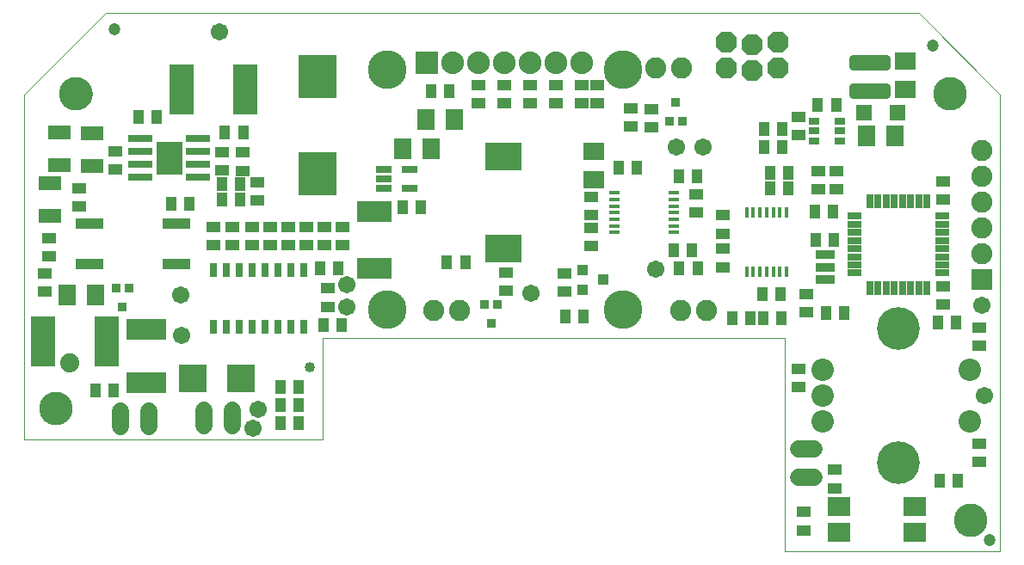
<source format=gts>
G75*
G70*
%OFA0B0*%
%FSLAX24Y24*%
%IPPOS*%
%LPD*%
%AMOC8*
5,1,8,0,0,1.08239X$1,22.5*
%
%ADD10C,0.0000*%
%ADD11C,0.1300*%
%ADD12C,0.0867*%
%ADD13C,0.1655*%
%ADD14R,0.0600X0.0300*%
%ADD15R,0.0552X0.0395*%
%ADD16R,0.0395X0.0552*%
%ADD17R,0.1340X0.0789*%
%ADD18R,0.0880X0.0880*%
%ADD19C,0.0880*%
%ADD20C,0.1497*%
%ADD21R,0.0710X0.0789*%
%ADD22R,0.1100X0.0420*%
%ADD23R,0.0749X0.0356*%
%ADD24R,0.0580X0.0300*%
%ADD25R,0.0300X0.0580*%
%ADD26R,0.0316X0.0552*%
%ADD27R,0.0395X0.0257*%
%ADD28R,0.0926X0.0277*%
%ADD29R,0.1025X0.1300*%
%ADD30C,0.0286*%
%ADD31R,0.1458X0.1694*%
%ADD32R,0.0630X0.0630*%
%ADD33R,0.0789X0.0710*%
%ADD34R,0.0434X0.0395*%
%ADD35R,0.0867X0.0552*%
%ADD36R,0.0980X0.1970*%
%ADD37R,0.1080X0.1080*%
%ADD38R,0.0356X0.0356*%
%ADD39R,0.1537X0.0789*%
%ADD40C,0.0680*%
%ADD41C,0.0474*%
%ADD42C,0.0671*%
%ADD43C,0.0820*%
%ADD44R,0.0820X0.0820*%
%ADD45R,0.0394X0.0177*%
%ADD46R,0.0177X0.0394*%
%ADD47R,0.0867X0.0781*%
%ADD48OC8,0.0820*%
%ADD49C,0.0400*%
%ADD50R,0.1419X0.1104*%
%ADD51C,0.0740*%
D10*
X000180Y005173D02*
X011735Y005173D01*
X011735Y009110D01*
X029633Y009110D01*
X029633Y000843D01*
X037975Y000843D01*
X037975Y018559D01*
X034827Y021708D01*
X003329Y021708D01*
X000180Y018559D01*
X000180Y005173D01*
X000783Y006386D02*
X000785Y006435D01*
X000791Y006484D01*
X000801Y006532D01*
X000814Y006579D01*
X000832Y006625D01*
X000853Y006669D01*
X000877Y006712D01*
X000905Y006752D01*
X000936Y006791D01*
X000970Y006826D01*
X001007Y006859D01*
X001046Y006888D01*
X001088Y006914D01*
X001131Y006937D01*
X001177Y006956D01*
X001223Y006972D01*
X001271Y006984D01*
X001319Y006992D01*
X001368Y006996D01*
X001418Y006996D01*
X001467Y006992D01*
X001515Y006984D01*
X001563Y006972D01*
X001609Y006956D01*
X001655Y006937D01*
X001698Y006914D01*
X001740Y006888D01*
X001779Y006859D01*
X001816Y006826D01*
X001850Y006791D01*
X001881Y006752D01*
X001909Y006712D01*
X001933Y006669D01*
X001954Y006625D01*
X001972Y006579D01*
X001985Y006532D01*
X001995Y006484D01*
X002001Y006435D01*
X002003Y006386D01*
X002001Y006337D01*
X001995Y006288D01*
X001985Y006240D01*
X001972Y006193D01*
X001954Y006147D01*
X001933Y006103D01*
X001909Y006060D01*
X001881Y006020D01*
X001850Y005981D01*
X001816Y005946D01*
X001779Y005913D01*
X001740Y005884D01*
X001698Y005858D01*
X001655Y005835D01*
X001609Y005816D01*
X001563Y005800D01*
X001515Y005788D01*
X001467Y005780D01*
X001418Y005776D01*
X001368Y005776D01*
X001319Y005780D01*
X001271Y005788D01*
X001223Y005800D01*
X001177Y005816D01*
X001131Y005835D01*
X001088Y005858D01*
X001046Y005884D01*
X001007Y005913D01*
X000970Y005946D01*
X000936Y005981D01*
X000905Y006020D01*
X000877Y006060D01*
X000853Y006103D01*
X000832Y006147D01*
X000814Y006193D01*
X000801Y006240D01*
X000791Y006288D01*
X000785Y006337D01*
X000783Y006386D01*
X001570Y018591D02*
X001572Y018640D01*
X001578Y018689D01*
X001588Y018737D01*
X001601Y018784D01*
X001619Y018830D01*
X001640Y018874D01*
X001664Y018917D01*
X001692Y018957D01*
X001723Y018996D01*
X001757Y019031D01*
X001794Y019064D01*
X001833Y019093D01*
X001875Y019119D01*
X001918Y019142D01*
X001964Y019161D01*
X002010Y019177D01*
X002058Y019189D01*
X002106Y019197D01*
X002155Y019201D01*
X002205Y019201D01*
X002254Y019197D01*
X002302Y019189D01*
X002350Y019177D01*
X002396Y019161D01*
X002442Y019142D01*
X002485Y019119D01*
X002527Y019093D01*
X002566Y019064D01*
X002603Y019031D01*
X002637Y018996D01*
X002668Y018957D01*
X002696Y018917D01*
X002720Y018874D01*
X002741Y018830D01*
X002759Y018784D01*
X002772Y018737D01*
X002782Y018689D01*
X002788Y018640D01*
X002790Y018591D01*
X002788Y018542D01*
X002782Y018493D01*
X002772Y018445D01*
X002759Y018398D01*
X002741Y018352D01*
X002720Y018308D01*
X002696Y018265D01*
X002668Y018225D01*
X002637Y018186D01*
X002603Y018151D01*
X002566Y018118D01*
X002527Y018089D01*
X002485Y018063D01*
X002442Y018040D01*
X002396Y018021D01*
X002350Y018005D01*
X002302Y017993D01*
X002254Y017985D01*
X002205Y017981D01*
X002155Y017981D01*
X002106Y017985D01*
X002058Y017993D01*
X002010Y018005D01*
X001964Y018021D01*
X001918Y018040D01*
X001875Y018063D01*
X001833Y018089D01*
X001794Y018118D01*
X001757Y018151D01*
X001723Y018186D01*
X001692Y018225D01*
X001664Y018265D01*
X001640Y018308D01*
X001619Y018352D01*
X001601Y018398D01*
X001588Y018445D01*
X001578Y018493D01*
X001572Y018542D01*
X001570Y018591D01*
X035428Y018591D02*
X035430Y018640D01*
X035436Y018689D01*
X035446Y018737D01*
X035459Y018784D01*
X035477Y018830D01*
X035498Y018874D01*
X035522Y018917D01*
X035550Y018957D01*
X035581Y018996D01*
X035615Y019031D01*
X035652Y019064D01*
X035691Y019093D01*
X035733Y019119D01*
X035776Y019142D01*
X035822Y019161D01*
X035868Y019177D01*
X035916Y019189D01*
X035964Y019197D01*
X036013Y019201D01*
X036063Y019201D01*
X036112Y019197D01*
X036160Y019189D01*
X036208Y019177D01*
X036254Y019161D01*
X036300Y019142D01*
X036343Y019119D01*
X036385Y019093D01*
X036424Y019064D01*
X036461Y019031D01*
X036495Y018996D01*
X036526Y018957D01*
X036554Y018917D01*
X036578Y018874D01*
X036599Y018830D01*
X036617Y018784D01*
X036630Y018737D01*
X036640Y018689D01*
X036646Y018640D01*
X036648Y018591D01*
X036646Y018542D01*
X036640Y018493D01*
X036630Y018445D01*
X036617Y018398D01*
X036599Y018352D01*
X036578Y018308D01*
X036554Y018265D01*
X036526Y018225D01*
X036495Y018186D01*
X036461Y018151D01*
X036424Y018118D01*
X036385Y018089D01*
X036343Y018063D01*
X036300Y018040D01*
X036254Y018021D01*
X036208Y018005D01*
X036160Y017993D01*
X036112Y017985D01*
X036063Y017981D01*
X036013Y017981D01*
X035964Y017985D01*
X035916Y017993D01*
X035868Y018005D01*
X035822Y018021D01*
X035776Y018040D01*
X035733Y018063D01*
X035691Y018089D01*
X035652Y018118D01*
X035615Y018151D01*
X035581Y018186D01*
X035550Y018225D01*
X035522Y018265D01*
X035498Y018308D01*
X035477Y018352D01*
X035459Y018398D01*
X035446Y018445D01*
X035436Y018493D01*
X035430Y018542D01*
X035428Y018591D01*
X036216Y002055D02*
X036218Y002104D01*
X036224Y002153D01*
X036234Y002201D01*
X036247Y002248D01*
X036265Y002294D01*
X036286Y002338D01*
X036310Y002381D01*
X036338Y002421D01*
X036369Y002460D01*
X036403Y002495D01*
X036440Y002528D01*
X036479Y002557D01*
X036521Y002583D01*
X036564Y002606D01*
X036610Y002625D01*
X036656Y002641D01*
X036704Y002653D01*
X036752Y002661D01*
X036801Y002665D01*
X036851Y002665D01*
X036900Y002661D01*
X036948Y002653D01*
X036996Y002641D01*
X037042Y002625D01*
X037088Y002606D01*
X037131Y002583D01*
X037173Y002557D01*
X037212Y002528D01*
X037249Y002495D01*
X037283Y002460D01*
X037314Y002421D01*
X037342Y002381D01*
X037366Y002338D01*
X037387Y002294D01*
X037405Y002248D01*
X037418Y002201D01*
X037428Y002153D01*
X037434Y002104D01*
X037436Y002055D01*
X037434Y002006D01*
X037428Y001957D01*
X037418Y001909D01*
X037405Y001862D01*
X037387Y001816D01*
X037366Y001772D01*
X037342Y001729D01*
X037314Y001689D01*
X037283Y001650D01*
X037249Y001615D01*
X037212Y001582D01*
X037173Y001553D01*
X037131Y001527D01*
X037088Y001504D01*
X037042Y001485D01*
X036996Y001469D01*
X036948Y001457D01*
X036900Y001449D01*
X036851Y001445D01*
X036801Y001445D01*
X036752Y001449D01*
X036704Y001457D01*
X036656Y001469D01*
X036610Y001485D01*
X036564Y001504D01*
X036521Y001527D01*
X036479Y001553D01*
X036440Y001582D01*
X036403Y001615D01*
X036369Y001650D01*
X036338Y001689D01*
X036310Y001729D01*
X036286Y001772D01*
X036265Y001816D01*
X036247Y001862D01*
X036234Y001909D01*
X036224Y001957D01*
X036218Y002006D01*
X036216Y002055D01*
D11*
X036826Y002055D03*
X036038Y018591D03*
X002180Y018591D03*
X001393Y006386D03*
D12*
X031088Y006874D03*
X031088Y007874D03*
X031088Y005874D03*
X036788Y005874D03*
X036788Y007874D03*
D13*
X034038Y009474D03*
X034038Y004274D03*
D14*
X015110Y014923D03*
X015110Y015663D03*
X014110Y015663D03*
X014110Y015293D03*
X014110Y014923D03*
D15*
X012505Y013423D03*
X011805Y013423D03*
X011105Y013423D03*
X010405Y013423D03*
X009705Y013423D03*
X009005Y013423D03*
X008245Y013418D03*
X007515Y013418D03*
X007515Y012709D03*
X008245Y012709D03*
X009005Y012714D03*
X009705Y012714D03*
X010405Y012714D03*
X011105Y012714D03*
X011805Y012714D03*
X012505Y012714D03*
X011930Y011043D03*
X011930Y010334D03*
X018840Y010959D03*
X018840Y011668D03*
X021100Y011627D03*
X021100Y010919D03*
X022135Y012689D03*
X022135Y013398D03*
X022135Y013889D03*
X022135Y014598D03*
X026210Y014683D03*
X026210Y013974D03*
X027230Y013878D03*
X027230Y013169D03*
X027230Y012578D03*
X027230Y011869D03*
X030480Y010828D03*
X030480Y010119D03*
X030180Y007928D03*
X030180Y007219D03*
X031580Y004008D03*
X031580Y003299D03*
X030380Y002378D03*
X030380Y001669D03*
X037180Y004319D03*
X037180Y005028D03*
X037180Y008819D03*
X037180Y009528D03*
X035780Y010419D03*
X035780Y011128D03*
X035765Y014484D03*
X035765Y015193D03*
X031635Y014889D03*
X030935Y014889D03*
X030935Y015598D03*
X031635Y015598D03*
X030165Y016984D03*
X030165Y017693D03*
X024460Y017993D03*
X023665Y018018D03*
X023665Y017309D03*
X024460Y017284D03*
X022380Y018219D03*
X021780Y018219D03*
X021780Y018928D03*
X022380Y018928D03*
X020780Y018928D03*
X020780Y018219D03*
X019780Y018219D03*
X018780Y018219D03*
X018780Y018928D03*
X019780Y018928D03*
X017780Y018928D03*
X017780Y018219D03*
X009210Y015168D03*
X008635Y015599D03*
X007835Y015624D03*
X007835Y016333D03*
X008635Y016308D03*
X009210Y014459D03*
X003710Y015650D03*
X003710Y016358D03*
X002300Y014923D03*
X002300Y014214D03*
X001135Y012998D03*
X001135Y012289D03*
X000980Y011628D03*
X000980Y010919D03*
D16*
X005856Y014328D03*
X006564Y014328D03*
X007826Y014494D03*
X007836Y015103D03*
X008544Y015103D03*
X008535Y014494D03*
X008659Y017073D03*
X007951Y017073D03*
X005310Y017684D03*
X004602Y017684D03*
X014826Y014173D03*
X015534Y014173D03*
X016546Y012053D03*
X017254Y012053D03*
X021126Y009956D03*
X021835Y009956D03*
X025551Y011823D03*
X026259Y011823D03*
X026034Y012518D03*
X025326Y012518D03*
X028776Y010823D03*
X029484Y010823D03*
X029504Y009903D03*
X028796Y009903D03*
X028294Y009893D03*
X027586Y009893D03*
X031226Y010073D03*
X031934Y010073D03*
X035576Y009723D03*
X036284Y009723D03*
X031534Y012933D03*
X030826Y012933D03*
X030806Y014013D03*
X031514Y014013D03*
X029784Y014923D03*
X029076Y014923D03*
X029076Y015523D03*
X029784Y015523D03*
X029549Y016508D03*
X028841Y016508D03*
X028841Y017208D03*
X029549Y017208D03*
X030911Y018138D03*
X031619Y018138D03*
X026234Y015373D03*
X025526Y015373D03*
X023904Y015718D03*
X023196Y015718D03*
X016634Y018673D03*
X015926Y018673D03*
X012334Y011823D03*
X011626Y011823D03*
X011776Y009623D03*
X012484Y009623D03*
X010794Y007223D03*
X010086Y007223D03*
X010086Y006523D03*
X010794Y006523D03*
X010794Y005823D03*
X010086Y005823D03*
X003634Y007073D03*
X002926Y007073D03*
X035626Y003573D03*
X036334Y003573D03*
D17*
X013730Y011816D03*
X013730Y014021D03*
D18*
X015783Y019796D03*
D19*
X016783Y019796D03*
X017783Y019796D03*
X018783Y019796D03*
X019783Y019796D03*
X020783Y019796D03*
X021783Y019796D03*
D20*
X023374Y019536D03*
X014240Y019536D03*
X014240Y010206D03*
X023374Y010206D03*
D21*
X015936Y016458D03*
X014834Y016458D03*
X015729Y017573D03*
X016831Y017573D03*
X002931Y010773D03*
X001829Y010773D03*
X032814Y016938D03*
X033916Y016938D03*
D22*
X006070Y013563D03*
X006070Y011983D03*
X002690Y011983D03*
X002690Y013563D03*
D23*
X031185Y012341D03*
X031185Y011868D03*
X031185Y011396D03*
D24*
X032345Y011641D03*
X032345Y011956D03*
X032345Y012271D03*
X032345Y012586D03*
X032345Y012901D03*
X032345Y013216D03*
X032345Y013531D03*
X032345Y013846D03*
X035725Y013846D03*
X035725Y013531D03*
X035725Y013216D03*
X035725Y012901D03*
X035725Y012586D03*
X035725Y012271D03*
X035725Y011956D03*
X035725Y011641D03*
D25*
X035137Y011053D03*
X034822Y011053D03*
X034507Y011053D03*
X034192Y011053D03*
X033878Y011053D03*
X033563Y011053D03*
X033248Y011053D03*
X032933Y011053D03*
X032933Y014433D03*
X033248Y014433D03*
X033563Y014433D03*
X033878Y014433D03*
X034192Y014433D03*
X034507Y014433D03*
X034822Y014433D03*
X035137Y014433D03*
D26*
X011005Y011771D03*
X010505Y011771D03*
X010005Y011771D03*
X009505Y011771D03*
X009005Y011771D03*
X008505Y011771D03*
X008005Y011771D03*
X007505Y011771D03*
X007505Y009566D03*
X008005Y009566D03*
X008505Y009566D03*
X009005Y009566D03*
X009505Y009566D03*
X010005Y009566D03*
X010505Y009566D03*
X011005Y009566D03*
D27*
X030763Y016764D03*
X030763Y017138D03*
X030763Y017512D03*
X031767Y017512D03*
X031767Y017138D03*
X031767Y016764D03*
D28*
X006917Y016848D03*
X006917Y016348D03*
X006917Y015848D03*
X006917Y015348D03*
X004653Y015348D03*
X004653Y015848D03*
X004653Y016348D03*
X004653Y016848D03*
D29*
X005785Y016098D03*
D30*
X032270Y018850D02*
X033560Y018850D01*
X033560Y018564D01*
X032270Y018564D01*
X032270Y018850D01*
X032270Y018849D02*
X033560Y018849D01*
X033560Y019953D02*
X032270Y019953D01*
X033560Y019953D02*
X033560Y019667D01*
X032270Y019667D01*
X032270Y019953D01*
X032270Y019952D02*
X033560Y019952D01*
D31*
X011545Y019239D03*
X011545Y015498D03*
D32*
X032715Y017838D03*
X034015Y017838D03*
D33*
X034295Y018757D03*
X034295Y019860D03*
X022250Y016370D03*
X022250Y015267D03*
D34*
X021787Y011749D03*
X022613Y011375D03*
X021787Y011001D03*
D35*
X002795Y015804D03*
X001550Y015824D03*
X001160Y015108D03*
X001160Y013849D03*
X001550Y017083D03*
X002795Y017063D03*
D36*
X006280Y018748D03*
X008720Y018748D03*
X003355Y009003D03*
X000915Y009003D03*
D37*
X006705Y007558D03*
X008555Y007558D03*
D38*
X003980Y010309D03*
X003724Y011038D03*
X004236Y011038D03*
X018004Y010418D03*
X018516Y010418D03*
X018260Y009689D03*
X025154Y017509D03*
X025666Y017509D03*
X025410Y018238D03*
D39*
X004895Y009442D03*
X004895Y007375D03*
D40*
X004995Y006293D02*
X004995Y005693D01*
X003895Y005693D02*
X003895Y006293D01*
X007140Y006308D02*
X007140Y005708D01*
X008240Y005708D02*
X008240Y006308D01*
X030180Y004823D02*
X030780Y004823D01*
X030780Y003723D02*
X030180Y003723D01*
D41*
X037580Y001273D03*
X035365Y020463D03*
X003680Y021073D03*
D42*
X007720Y020973D03*
X012680Y011173D03*
X012680Y010323D03*
X006230Y010773D03*
X006280Y009223D03*
X009220Y006338D03*
X009030Y005623D03*
X019800Y010863D03*
X024630Y011773D03*
X025430Y016523D03*
X026480Y016523D03*
X037280Y010373D03*
X037380Y006873D03*
D43*
X037280Y012373D03*
X037280Y013373D03*
X037280Y014373D03*
X037280Y015373D03*
X037280Y016373D03*
X026600Y010173D03*
X025600Y010173D03*
X017040Y010173D03*
X016040Y010173D03*
X024645Y019603D03*
X025645Y019603D03*
D44*
X037280Y011373D03*
D45*
X025332Y013206D03*
X025332Y013462D03*
X025332Y013718D03*
X025332Y013973D03*
X025332Y014229D03*
X025332Y014485D03*
X025332Y014741D03*
X023028Y014741D03*
X023028Y014485D03*
X023028Y014229D03*
X023028Y013973D03*
X023028Y013718D03*
X023028Y013462D03*
X023028Y013206D03*
D46*
X028162Y013975D03*
X028418Y013975D03*
X028674Y013975D03*
X028930Y013975D03*
X029186Y013975D03*
X029442Y013975D03*
X029698Y013975D03*
X029698Y011672D03*
X029442Y011672D03*
X029186Y011672D03*
X028930Y011672D03*
X028674Y011672D03*
X028418Y011672D03*
X028162Y011672D03*
D47*
X031723Y002573D03*
X031723Y001573D03*
X034656Y001573D03*
X034656Y002573D03*
D48*
X028380Y019473D03*
X029380Y019573D03*
X029380Y020573D03*
X028380Y020473D03*
X027380Y020573D03*
X027380Y019573D03*
D49*
X011230Y007973D03*
D50*
X018740Y012602D03*
X018740Y016145D03*
D51*
X001930Y008143D03*
M02*

</source>
